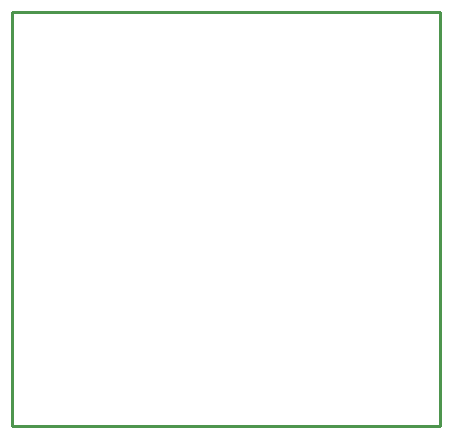
<source format=gm1>
G04*
G04 #@! TF.GenerationSoftware,Altium Limited,Altium Designer,24.9.1 (31)*
G04*
G04 Layer_Color=16711935*
%FSLAX44Y44*%
%MOMM*%
G71*
G04*
G04 #@! TF.SameCoordinates,8B15B8A4-CC8F-4B91-B826-D3DC1A653359*
G04*
G04*
G04 #@! TF.FilePolarity,Positive*
G04*
G01*
G75*
%ADD11C,0.2540*%
D11*
X361950D01*
X0Y350520D02*
X361950D01*
Y0D02*
Y350520D01*
X0Y0D02*
Y350520D01*
M02*

</source>
